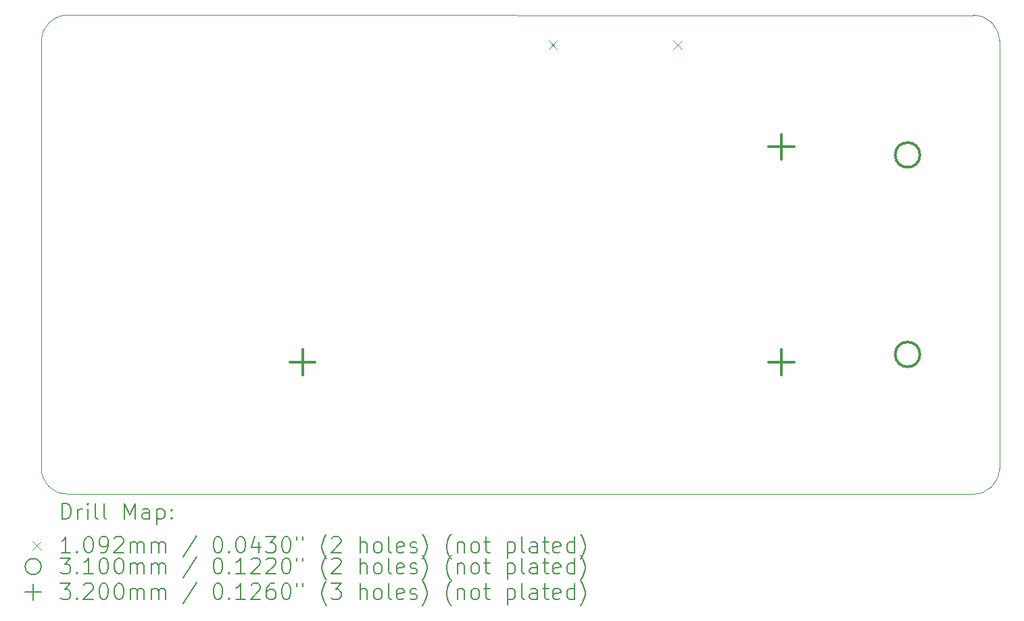
<source format=gbr>
%TF.GenerationSoftware,KiCad,Pcbnew,9.0.3+1*%
%TF.CreationDate,2025-08-21T21:39:01+01:00*%
%TF.ProjectId,Elytra,456c7974-7261-42e6-9b69-6361645f7063,rev?*%
%TF.SameCoordinates,Original*%
%TF.FileFunction,Drillmap*%
%TF.FilePolarity,Positive*%
%FSLAX45Y45*%
G04 Gerber Fmt 4.5, Leading zero omitted, Abs format (unit mm)*
G04 Created by KiCad (PCBNEW 9.0.3+1) date 2025-08-21 21:39:01*
%MOMM*%
%LPD*%
G01*
G04 APERTURE LIST*
%ADD10C,0.050000*%
%ADD11C,0.200000*%
%ADD12C,0.109220*%
%ADD13C,0.310000*%
%ADD14C,0.320000*%
G04 APERTURE END LIST*
D10*
X20928760Y-12185000D02*
X20928760Y-6820000D01*
X20928760Y-12185000D02*
G75*
G02*
X20608760Y-12500039I-320000J5000D01*
G01*
X20608760Y-6500000D02*
G75*
G02*
X20928760Y-6820000I0J-320000D01*
G01*
X9248287Y-12498063D02*
G75*
G02*
X8928287Y-12178063I0J320000D01*
G01*
X9248287Y-12498063D02*
X20608760Y-12500039D01*
X20608760Y-6500000D02*
X9250787Y-6498063D01*
X8930787Y-6818063D02*
G75*
G02*
X9250787Y-6498063I320000J0D01*
G01*
X8930787Y-6818063D02*
X8928287Y-12178063D01*
D11*
D12*
X15281160Y-6816260D02*
X15390380Y-6925480D01*
X15390380Y-6816260D02*
X15281160Y-6925480D01*
X16846160Y-6816260D02*
X16955380Y-6925480D01*
X16955380Y-6816260D02*
X16846160Y-6925480D01*
D13*
X19933760Y-8249900D02*
G75*
G02*
X19623760Y-8249900I-155000J0D01*
G01*
X19623760Y-8249900D02*
G75*
G02*
X19933760Y-8249900I155000J0D01*
G01*
X19933760Y-10748900D02*
G75*
G02*
X19623760Y-10748900I-155000J0D01*
G01*
X19623760Y-10748900D02*
G75*
G02*
X19933760Y-10748900I155000J0D01*
G01*
D14*
X12200000Y-10690000D02*
X12200000Y-11010000D01*
X12040000Y-10850000D02*
X12360000Y-10850000D01*
X18200000Y-7990000D02*
X18200000Y-8310000D01*
X18040000Y-8150000D02*
X18360000Y-8150000D01*
X18200000Y-10690000D02*
X18200000Y-11010000D01*
X18040000Y-10850000D02*
X18360000Y-10850000D01*
D11*
X9186564Y-12814023D02*
X9186564Y-12614023D01*
X9186564Y-12614023D02*
X9234183Y-12614023D01*
X9234183Y-12614023D02*
X9262754Y-12623547D01*
X9262754Y-12623547D02*
X9281802Y-12642594D01*
X9281802Y-12642594D02*
X9291326Y-12661642D01*
X9291326Y-12661642D02*
X9300850Y-12699737D01*
X9300850Y-12699737D02*
X9300850Y-12728309D01*
X9300850Y-12728309D02*
X9291326Y-12766404D01*
X9291326Y-12766404D02*
X9281802Y-12785451D01*
X9281802Y-12785451D02*
X9262754Y-12804499D01*
X9262754Y-12804499D02*
X9234183Y-12814023D01*
X9234183Y-12814023D02*
X9186564Y-12814023D01*
X9386564Y-12814023D02*
X9386564Y-12680689D01*
X9386564Y-12718785D02*
X9396088Y-12699737D01*
X9396088Y-12699737D02*
X9405612Y-12690213D01*
X9405612Y-12690213D02*
X9424659Y-12680689D01*
X9424659Y-12680689D02*
X9443707Y-12680689D01*
X9510373Y-12814023D02*
X9510373Y-12680689D01*
X9510373Y-12614023D02*
X9500850Y-12623547D01*
X9500850Y-12623547D02*
X9510373Y-12633070D01*
X9510373Y-12633070D02*
X9519897Y-12623547D01*
X9519897Y-12623547D02*
X9510373Y-12614023D01*
X9510373Y-12614023D02*
X9510373Y-12633070D01*
X9634183Y-12814023D02*
X9615135Y-12804499D01*
X9615135Y-12804499D02*
X9605612Y-12785451D01*
X9605612Y-12785451D02*
X9605612Y-12614023D01*
X9738945Y-12814023D02*
X9719897Y-12804499D01*
X9719897Y-12804499D02*
X9710373Y-12785451D01*
X9710373Y-12785451D02*
X9710373Y-12614023D01*
X9967516Y-12814023D02*
X9967516Y-12614023D01*
X9967516Y-12614023D02*
X10034183Y-12756880D01*
X10034183Y-12756880D02*
X10100850Y-12614023D01*
X10100850Y-12614023D02*
X10100850Y-12814023D01*
X10281802Y-12814023D02*
X10281802Y-12709261D01*
X10281802Y-12709261D02*
X10272278Y-12690213D01*
X10272278Y-12690213D02*
X10253231Y-12680689D01*
X10253231Y-12680689D02*
X10215135Y-12680689D01*
X10215135Y-12680689D02*
X10196088Y-12690213D01*
X10281802Y-12804499D02*
X10262754Y-12814023D01*
X10262754Y-12814023D02*
X10215135Y-12814023D01*
X10215135Y-12814023D02*
X10196088Y-12804499D01*
X10196088Y-12804499D02*
X10186564Y-12785451D01*
X10186564Y-12785451D02*
X10186564Y-12766404D01*
X10186564Y-12766404D02*
X10196088Y-12747356D01*
X10196088Y-12747356D02*
X10215135Y-12737832D01*
X10215135Y-12737832D02*
X10262754Y-12737832D01*
X10262754Y-12737832D02*
X10281802Y-12728309D01*
X10377040Y-12680689D02*
X10377040Y-12880689D01*
X10377040Y-12690213D02*
X10396088Y-12680689D01*
X10396088Y-12680689D02*
X10434183Y-12680689D01*
X10434183Y-12680689D02*
X10453231Y-12690213D01*
X10453231Y-12690213D02*
X10462754Y-12699737D01*
X10462754Y-12699737D02*
X10472278Y-12718785D01*
X10472278Y-12718785D02*
X10472278Y-12775928D01*
X10472278Y-12775928D02*
X10462754Y-12794975D01*
X10462754Y-12794975D02*
X10453231Y-12804499D01*
X10453231Y-12804499D02*
X10434183Y-12814023D01*
X10434183Y-12814023D02*
X10396088Y-12814023D01*
X10396088Y-12814023D02*
X10377040Y-12804499D01*
X10557993Y-12794975D02*
X10567516Y-12804499D01*
X10567516Y-12804499D02*
X10557993Y-12814023D01*
X10557993Y-12814023D02*
X10548469Y-12804499D01*
X10548469Y-12804499D02*
X10557993Y-12794975D01*
X10557993Y-12794975D02*
X10557993Y-12814023D01*
X10557993Y-12690213D02*
X10567516Y-12699737D01*
X10567516Y-12699737D02*
X10557993Y-12709261D01*
X10557993Y-12709261D02*
X10548469Y-12699737D01*
X10548469Y-12699737D02*
X10557993Y-12690213D01*
X10557993Y-12690213D02*
X10557993Y-12709261D01*
D12*
X8816567Y-13087929D02*
X8925787Y-13197149D01*
X8925787Y-13087929D02*
X8816567Y-13197149D01*
D11*
X9291326Y-13234023D02*
X9177040Y-13234023D01*
X9234183Y-13234023D02*
X9234183Y-13034023D01*
X9234183Y-13034023D02*
X9215135Y-13062594D01*
X9215135Y-13062594D02*
X9196088Y-13081642D01*
X9196088Y-13081642D02*
X9177040Y-13091166D01*
X9377040Y-13214975D02*
X9386564Y-13224499D01*
X9386564Y-13224499D02*
X9377040Y-13234023D01*
X9377040Y-13234023D02*
X9367516Y-13224499D01*
X9367516Y-13224499D02*
X9377040Y-13214975D01*
X9377040Y-13214975D02*
X9377040Y-13234023D01*
X9510373Y-13034023D02*
X9529421Y-13034023D01*
X9529421Y-13034023D02*
X9548469Y-13043547D01*
X9548469Y-13043547D02*
X9557993Y-13053070D01*
X9557993Y-13053070D02*
X9567516Y-13072118D01*
X9567516Y-13072118D02*
X9577040Y-13110213D01*
X9577040Y-13110213D02*
X9577040Y-13157832D01*
X9577040Y-13157832D02*
X9567516Y-13195928D01*
X9567516Y-13195928D02*
X9557993Y-13214975D01*
X9557993Y-13214975D02*
X9548469Y-13224499D01*
X9548469Y-13224499D02*
X9529421Y-13234023D01*
X9529421Y-13234023D02*
X9510373Y-13234023D01*
X9510373Y-13234023D02*
X9491326Y-13224499D01*
X9491326Y-13224499D02*
X9481802Y-13214975D01*
X9481802Y-13214975D02*
X9472278Y-13195928D01*
X9472278Y-13195928D02*
X9462754Y-13157832D01*
X9462754Y-13157832D02*
X9462754Y-13110213D01*
X9462754Y-13110213D02*
X9472278Y-13072118D01*
X9472278Y-13072118D02*
X9481802Y-13053070D01*
X9481802Y-13053070D02*
X9491326Y-13043547D01*
X9491326Y-13043547D02*
X9510373Y-13034023D01*
X9672278Y-13234023D02*
X9710373Y-13234023D01*
X9710373Y-13234023D02*
X9729421Y-13224499D01*
X9729421Y-13224499D02*
X9738945Y-13214975D01*
X9738945Y-13214975D02*
X9757993Y-13186404D01*
X9757993Y-13186404D02*
X9767516Y-13148309D01*
X9767516Y-13148309D02*
X9767516Y-13072118D01*
X9767516Y-13072118D02*
X9757993Y-13053070D01*
X9757993Y-13053070D02*
X9748469Y-13043547D01*
X9748469Y-13043547D02*
X9729421Y-13034023D01*
X9729421Y-13034023D02*
X9691326Y-13034023D01*
X9691326Y-13034023D02*
X9672278Y-13043547D01*
X9672278Y-13043547D02*
X9662754Y-13053070D01*
X9662754Y-13053070D02*
X9653231Y-13072118D01*
X9653231Y-13072118D02*
X9653231Y-13119737D01*
X9653231Y-13119737D02*
X9662754Y-13138785D01*
X9662754Y-13138785D02*
X9672278Y-13148309D01*
X9672278Y-13148309D02*
X9691326Y-13157832D01*
X9691326Y-13157832D02*
X9729421Y-13157832D01*
X9729421Y-13157832D02*
X9748469Y-13148309D01*
X9748469Y-13148309D02*
X9757993Y-13138785D01*
X9757993Y-13138785D02*
X9767516Y-13119737D01*
X9843707Y-13053070D02*
X9853231Y-13043547D01*
X9853231Y-13043547D02*
X9872278Y-13034023D01*
X9872278Y-13034023D02*
X9919897Y-13034023D01*
X9919897Y-13034023D02*
X9938945Y-13043547D01*
X9938945Y-13043547D02*
X9948469Y-13053070D01*
X9948469Y-13053070D02*
X9957993Y-13072118D01*
X9957993Y-13072118D02*
X9957993Y-13091166D01*
X9957993Y-13091166D02*
X9948469Y-13119737D01*
X9948469Y-13119737D02*
X9834183Y-13234023D01*
X9834183Y-13234023D02*
X9957993Y-13234023D01*
X10043707Y-13234023D02*
X10043707Y-13100689D01*
X10043707Y-13119737D02*
X10053231Y-13110213D01*
X10053231Y-13110213D02*
X10072278Y-13100689D01*
X10072278Y-13100689D02*
X10100850Y-13100689D01*
X10100850Y-13100689D02*
X10119897Y-13110213D01*
X10119897Y-13110213D02*
X10129421Y-13129261D01*
X10129421Y-13129261D02*
X10129421Y-13234023D01*
X10129421Y-13129261D02*
X10138945Y-13110213D01*
X10138945Y-13110213D02*
X10157993Y-13100689D01*
X10157993Y-13100689D02*
X10186564Y-13100689D01*
X10186564Y-13100689D02*
X10205612Y-13110213D01*
X10205612Y-13110213D02*
X10215135Y-13129261D01*
X10215135Y-13129261D02*
X10215135Y-13234023D01*
X10310374Y-13234023D02*
X10310374Y-13100689D01*
X10310374Y-13119737D02*
X10319897Y-13110213D01*
X10319897Y-13110213D02*
X10338945Y-13100689D01*
X10338945Y-13100689D02*
X10367516Y-13100689D01*
X10367516Y-13100689D02*
X10386564Y-13110213D01*
X10386564Y-13110213D02*
X10396088Y-13129261D01*
X10396088Y-13129261D02*
X10396088Y-13234023D01*
X10396088Y-13129261D02*
X10405612Y-13110213D01*
X10405612Y-13110213D02*
X10424659Y-13100689D01*
X10424659Y-13100689D02*
X10453231Y-13100689D01*
X10453231Y-13100689D02*
X10472278Y-13110213D01*
X10472278Y-13110213D02*
X10481802Y-13129261D01*
X10481802Y-13129261D02*
X10481802Y-13234023D01*
X10872278Y-13024499D02*
X10700850Y-13281642D01*
X11129421Y-13034023D02*
X11148469Y-13034023D01*
X11148469Y-13034023D02*
X11167517Y-13043547D01*
X11167517Y-13043547D02*
X11177040Y-13053070D01*
X11177040Y-13053070D02*
X11186564Y-13072118D01*
X11186564Y-13072118D02*
X11196088Y-13110213D01*
X11196088Y-13110213D02*
X11196088Y-13157832D01*
X11196088Y-13157832D02*
X11186564Y-13195928D01*
X11186564Y-13195928D02*
X11177040Y-13214975D01*
X11177040Y-13214975D02*
X11167517Y-13224499D01*
X11167517Y-13224499D02*
X11148469Y-13234023D01*
X11148469Y-13234023D02*
X11129421Y-13234023D01*
X11129421Y-13234023D02*
X11110374Y-13224499D01*
X11110374Y-13224499D02*
X11100850Y-13214975D01*
X11100850Y-13214975D02*
X11091326Y-13195928D01*
X11091326Y-13195928D02*
X11081802Y-13157832D01*
X11081802Y-13157832D02*
X11081802Y-13110213D01*
X11081802Y-13110213D02*
X11091326Y-13072118D01*
X11091326Y-13072118D02*
X11100850Y-13053070D01*
X11100850Y-13053070D02*
X11110374Y-13043547D01*
X11110374Y-13043547D02*
X11129421Y-13034023D01*
X11281802Y-13214975D02*
X11291326Y-13224499D01*
X11291326Y-13224499D02*
X11281802Y-13234023D01*
X11281802Y-13234023D02*
X11272278Y-13224499D01*
X11272278Y-13224499D02*
X11281802Y-13214975D01*
X11281802Y-13214975D02*
X11281802Y-13234023D01*
X11415135Y-13034023D02*
X11434183Y-13034023D01*
X11434183Y-13034023D02*
X11453231Y-13043547D01*
X11453231Y-13043547D02*
X11462755Y-13053070D01*
X11462755Y-13053070D02*
X11472278Y-13072118D01*
X11472278Y-13072118D02*
X11481802Y-13110213D01*
X11481802Y-13110213D02*
X11481802Y-13157832D01*
X11481802Y-13157832D02*
X11472278Y-13195928D01*
X11472278Y-13195928D02*
X11462755Y-13214975D01*
X11462755Y-13214975D02*
X11453231Y-13224499D01*
X11453231Y-13224499D02*
X11434183Y-13234023D01*
X11434183Y-13234023D02*
X11415135Y-13234023D01*
X11415135Y-13234023D02*
X11396088Y-13224499D01*
X11396088Y-13224499D02*
X11386564Y-13214975D01*
X11386564Y-13214975D02*
X11377040Y-13195928D01*
X11377040Y-13195928D02*
X11367516Y-13157832D01*
X11367516Y-13157832D02*
X11367516Y-13110213D01*
X11367516Y-13110213D02*
X11377040Y-13072118D01*
X11377040Y-13072118D02*
X11386564Y-13053070D01*
X11386564Y-13053070D02*
X11396088Y-13043547D01*
X11396088Y-13043547D02*
X11415135Y-13034023D01*
X11653231Y-13100689D02*
X11653231Y-13234023D01*
X11605612Y-13024499D02*
X11557993Y-13167356D01*
X11557993Y-13167356D02*
X11681802Y-13167356D01*
X11738945Y-13034023D02*
X11862755Y-13034023D01*
X11862755Y-13034023D02*
X11796088Y-13110213D01*
X11796088Y-13110213D02*
X11824659Y-13110213D01*
X11824659Y-13110213D02*
X11843707Y-13119737D01*
X11843707Y-13119737D02*
X11853231Y-13129261D01*
X11853231Y-13129261D02*
X11862755Y-13148309D01*
X11862755Y-13148309D02*
X11862755Y-13195928D01*
X11862755Y-13195928D02*
X11853231Y-13214975D01*
X11853231Y-13214975D02*
X11843707Y-13224499D01*
X11843707Y-13224499D02*
X11824659Y-13234023D01*
X11824659Y-13234023D02*
X11767516Y-13234023D01*
X11767516Y-13234023D02*
X11748469Y-13224499D01*
X11748469Y-13224499D02*
X11738945Y-13214975D01*
X11986564Y-13034023D02*
X12005612Y-13034023D01*
X12005612Y-13034023D02*
X12024659Y-13043547D01*
X12024659Y-13043547D02*
X12034183Y-13053070D01*
X12034183Y-13053070D02*
X12043707Y-13072118D01*
X12043707Y-13072118D02*
X12053231Y-13110213D01*
X12053231Y-13110213D02*
X12053231Y-13157832D01*
X12053231Y-13157832D02*
X12043707Y-13195928D01*
X12043707Y-13195928D02*
X12034183Y-13214975D01*
X12034183Y-13214975D02*
X12024659Y-13224499D01*
X12024659Y-13224499D02*
X12005612Y-13234023D01*
X12005612Y-13234023D02*
X11986564Y-13234023D01*
X11986564Y-13234023D02*
X11967516Y-13224499D01*
X11967516Y-13224499D02*
X11957993Y-13214975D01*
X11957993Y-13214975D02*
X11948469Y-13195928D01*
X11948469Y-13195928D02*
X11938945Y-13157832D01*
X11938945Y-13157832D02*
X11938945Y-13110213D01*
X11938945Y-13110213D02*
X11948469Y-13072118D01*
X11948469Y-13072118D02*
X11957993Y-13053070D01*
X11957993Y-13053070D02*
X11967516Y-13043547D01*
X11967516Y-13043547D02*
X11986564Y-13034023D01*
X12129421Y-13034023D02*
X12129421Y-13072118D01*
X12205612Y-13034023D02*
X12205612Y-13072118D01*
X12500850Y-13310213D02*
X12491326Y-13300689D01*
X12491326Y-13300689D02*
X12472278Y-13272118D01*
X12472278Y-13272118D02*
X12462755Y-13253070D01*
X12462755Y-13253070D02*
X12453231Y-13224499D01*
X12453231Y-13224499D02*
X12443707Y-13176880D01*
X12443707Y-13176880D02*
X12443707Y-13138785D01*
X12443707Y-13138785D02*
X12453231Y-13091166D01*
X12453231Y-13091166D02*
X12462755Y-13062594D01*
X12462755Y-13062594D02*
X12472278Y-13043547D01*
X12472278Y-13043547D02*
X12491326Y-13014975D01*
X12491326Y-13014975D02*
X12500850Y-13005451D01*
X12567517Y-13053070D02*
X12577040Y-13043547D01*
X12577040Y-13043547D02*
X12596088Y-13034023D01*
X12596088Y-13034023D02*
X12643707Y-13034023D01*
X12643707Y-13034023D02*
X12662755Y-13043547D01*
X12662755Y-13043547D02*
X12672278Y-13053070D01*
X12672278Y-13053070D02*
X12681802Y-13072118D01*
X12681802Y-13072118D02*
X12681802Y-13091166D01*
X12681802Y-13091166D02*
X12672278Y-13119737D01*
X12672278Y-13119737D02*
X12557993Y-13234023D01*
X12557993Y-13234023D02*
X12681802Y-13234023D01*
X12919898Y-13234023D02*
X12919898Y-13034023D01*
X13005612Y-13234023D02*
X13005612Y-13129261D01*
X13005612Y-13129261D02*
X12996088Y-13110213D01*
X12996088Y-13110213D02*
X12977040Y-13100689D01*
X12977040Y-13100689D02*
X12948469Y-13100689D01*
X12948469Y-13100689D02*
X12929421Y-13110213D01*
X12929421Y-13110213D02*
X12919898Y-13119737D01*
X13129421Y-13234023D02*
X13110374Y-13224499D01*
X13110374Y-13224499D02*
X13100850Y-13214975D01*
X13100850Y-13214975D02*
X13091326Y-13195928D01*
X13091326Y-13195928D02*
X13091326Y-13138785D01*
X13091326Y-13138785D02*
X13100850Y-13119737D01*
X13100850Y-13119737D02*
X13110374Y-13110213D01*
X13110374Y-13110213D02*
X13129421Y-13100689D01*
X13129421Y-13100689D02*
X13157993Y-13100689D01*
X13157993Y-13100689D02*
X13177040Y-13110213D01*
X13177040Y-13110213D02*
X13186564Y-13119737D01*
X13186564Y-13119737D02*
X13196088Y-13138785D01*
X13196088Y-13138785D02*
X13196088Y-13195928D01*
X13196088Y-13195928D02*
X13186564Y-13214975D01*
X13186564Y-13214975D02*
X13177040Y-13224499D01*
X13177040Y-13224499D02*
X13157993Y-13234023D01*
X13157993Y-13234023D02*
X13129421Y-13234023D01*
X13310374Y-13234023D02*
X13291326Y-13224499D01*
X13291326Y-13224499D02*
X13281802Y-13205451D01*
X13281802Y-13205451D02*
X13281802Y-13034023D01*
X13462755Y-13224499D02*
X13443707Y-13234023D01*
X13443707Y-13234023D02*
X13405612Y-13234023D01*
X13405612Y-13234023D02*
X13386564Y-13224499D01*
X13386564Y-13224499D02*
X13377040Y-13205451D01*
X13377040Y-13205451D02*
X13377040Y-13129261D01*
X13377040Y-13129261D02*
X13386564Y-13110213D01*
X13386564Y-13110213D02*
X13405612Y-13100689D01*
X13405612Y-13100689D02*
X13443707Y-13100689D01*
X13443707Y-13100689D02*
X13462755Y-13110213D01*
X13462755Y-13110213D02*
X13472279Y-13129261D01*
X13472279Y-13129261D02*
X13472279Y-13148309D01*
X13472279Y-13148309D02*
X13377040Y-13167356D01*
X13548469Y-13224499D02*
X13567517Y-13234023D01*
X13567517Y-13234023D02*
X13605612Y-13234023D01*
X13605612Y-13234023D02*
X13624660Y-13224499D01*
X13624660Y-13224499D02*
X13634183Y-13205451D01*
X13634183Y-13205451D02*
X13634183Y-13195928D01*
X13634183Y-13195928D02*
X13624660Y-13176880D01*
X13624660Y-13176880D02*
X13605612Y-13167356D01*
X13605612Y-13167356D02*
X13577040Y-13167356D01*
X13577040Y-13167356D02*
X13557993Y-13157832D01*
X13557993Y-13157832D02*
X13548469Y-13138785D01*
X13548469Y-13138785D02*
X13548469Y-13129261D01*
X13548469Y-13129261D02*
X13557993Y-13110213D01*
X13557993Y-13110213D02*
X13577040Y-13100689D01*
X13577040Y-13100689D02*
X13605612Y-13100689D01*
X13605612Y-13100689D02*
X13624660Y-13110213D01*
X13700850Y-13310213D02*
X13710374Y-13300689D01*
X13710374Y-13300689D02*
X13729421Y-13272118D01*
X13729421Y-13272118D02*
X13738945Y-13253070D01*
X13738945Y-13253070D02*
X13748469Y-13224499D01*
X13748469Y-13224499D02*
X13757993Y-13176880D01*
X13757993Y-13176880D02*
X13757993Y-13138785D01*
X13757993Y-13138785D02*
X13748469Y-13091166D01*
X13748469Y-13091166D02*
X13738945Y-13062594D01*
X13738945Y-13062594D02*
X13729421Y-13043547D01*
X13729421Y-13043547D02*
X13710374Y-13014975D01*
X13710374Y-13014975D02*
X13700850Y-13005451D01*
X14062755Y-13310213D02*
X14053231Y-13300689D01*
X14053231Y-13300689D02*
X14034183Y-13272118D01*
X14034183Y-13272118D02*
X14024660Y-13253070D01*
X14024660Y-13253070D02*
X14015136Y-13224499D01*
X14015136Y-13224499D02*
X14005612Y-13176880D01*
X14005612Y-13176880D02*
X14005612Y-13138785D01*
X14005612Y-13138785D02*
X14015136Y-13091166D01*
X14015136Y-13091166D02*
X14024660Y-13062594D01*
X14024660Y-13062594D02*
X14034183Y-13043547D01*
X14034183Y-13043547D02*
X14053231Y-13014975D01*
X14053231Y-13014975D02*
X14062755Y-13005451D01*
X14138945Y-13100689D02*
X14138945Y-13234023D01*
X14138945Y-13119737D02*
X14148469Y-13110213D01*
X14148469Y-13110213D02*
X14167517Y-13100689D01*
X14167517Y-13100689D02*
X14196088Y-13100689D01*
X14196088Y-13100689D02*
X14215136Y-13110213D01*
X14215136Y-13110213D02*
X14224660Y-13129261D01*
X14224660Y-13129261D02*
X14224660Y-13234023D01*
X14348469Y-13234023D02*
X14329421Y-13224499D01*
X14329421Y-13224499D02*
X14319898Y-13214975D01*
X14319898Y-13214975D02*
X14310374Y-13195928D01*
X14310374Y-13195928D02*
X14310374Y-13138785D01*
X14310374Y-13138785D02*
X14319898Y-13119737D01*
X14319898Y-13119737D02*
X14329421Y-13110213D01*
X14329421Y-13110213D02*
X14348469Y-13100689D01*
X14348469Y-13100689D02*
X14377041Y-13100689D01*
X14377041Y-13100689D02*
X14396088Y-13110213D01*
X14396088Y-13110213D02*
X14405612Y-13119737D01*
X14405612Y-13119737D02*
X14415136Y-13138785D01*
X14415136Y-13138785D02*
X14415136Y-13195928D01*
X14415136Y-13195928D02*
X14405612Y-13214975D01*
X14405612Y-13214975D02*
X14396088Y-13224499D01*
X14396088Y-13224499D02*
X14377041Y-13234023D01*
X14377041Y-13234023D02*
X14348469Y-13234023D01*
X14472279Y-13100689D02*
X14548469Y-13100689D01*
X14500850Y-13034023D02*
X14500850Y-13205451D01*
X14500850Y-13205451D02*
X14510374Y-13224499D01*
X14510374Y-13224499D02*
X14529421Y-13234023D01*
X14529421Y-13234023D02*
X14548469Y-13234023D01*
X14767517Y-13100689D02*
X14767517Y-13300689D01*
X14767517Y-13110213D02*
X14786564Y-13100689D01*
X14786564Y-13100689D02*
X14824660Y-13100689D01*
X14824660Y-13100689D02*
X14843707Y-13110213D01*
X14843707Y-13110213D02*
X14853231Y-13119737D01*
X14853231Y-13119737D02*
X14862755Y-13138785D01*
X14862755Y-13138785D02*
X14862755Y-13195928D01*
X14862755Y-13195928D02*
X14853231Y-13214975D01*
X14853231Y-13214975D02*
X14843707Y-13224499D01*
X14843707Y-13224499D02*
X14824660Y-13234023D01*
X14824660Y-13234023D02*
X14786564Y-13234023D01*
X14786564Y-13234023D02*
X14767517Y-13224499D01*
X14977041Y-13234023D02*
X14957993Y-13224499D01*
X14957993Y-13224499D02*
X14948469Y-13205451D01*
X14948469Y-13205451D02*
X14948469Y-13034023D01*
X15138945Y-13234023D02*
X15138945Y-13129261D01*
X15138945Y-13129261D02*
X15129422Y-13110213D01*
X15129422Y-13110213D02*
X15110374Y-13100689D01*
X15110374Y-13100689D02*
X15072279Y-13100689D01*
X15072279Y-13100689D02*
X15053231Y-13110213D01*
X15138945Y-13224499D02*
X15119898Y-13234023D01*
X15119898Y-13234023D02*
X15072279Y-13234023D01*
X15072279Y-13234023D02*
X15053231Y-13224499D01*
X15053231Y-13224499D02*
X15043707Y-13205451D01*
X15043707Y-13205451D02*
X15043707Y-13186404D01*
X15043707Y-13186404D02*
X15053231Y-13167356D01*
X15053231Y-13167356D02*
X15072279Y-13157832D01*
X15072279Y-13157832D02*
X15119898Y-13157832D01*
X15119898Y-13157832D02*
X15138945Y-13148309D01*
X15205612Y-13100689D02*
X15281802Y-13100689D01*
X15234183Y-13034023D02*
X15234183Y-13205451D01*
X15234183Y-13205451D02*
X15243707Y-13224499D01*
X15243707Y-13224499D02*
X15262755Y-13234023D01*
X15262755Y-13234023D02*
X15281802Y-13234023D01*
X15424660Y-13224499D02*
X15405612Y-13234023D01*
X15405612Y-13234023D02*
X15367517Y-13234023D01*
X15367517Y-13234023D02*
X15348469Y-13224499D01*
X15348469Y-13224499D02*
X15338945Y-13205451D01*
X15338945Y-13205451D02*
X15338945Y-13129261D01*
X15338945Y-13129261D02*
X15348469Y-13110213D01*
X15348469Y-13110213D02*
X15367517Y-13100689D01*
X15367517Y-13100689D02*
X15405612Y-13100689D01*
X15405612Y-13100689D02*
X15424660Y-13110213D01*
X15424660Y-13110213D02*
X15434183Y-13129261D01*
X15434183Y-13129261D02*
X15434183Y-13148309D01*
X15434183Y-13148309D02*
X15338945Y-13167356D01*
X15605612Y-13234023D02*
X15605612Y-13034023D01*
X15605612Y-13224499D02*
X15586564Y-13234023D01*
X15586564Y-13234023D02*
X15548469Y-13234023D01*
X15548469Y-13234023D02*
X15529422Y-13224499D01*
X15529422Y-13224499D02*
X15519898Y-13214975D01*
X15519898Y-13214975D02*
X15510374Y-13195928D01*
X15510374Y-13195928D02*
X15510374Y-13138785D01*
X15510374Y-13138785D02*
X15519898Y-13119737D01*
X15519898Y-13119737D02*
X15529422Y-13110213D01*
X15529422Y-13110213D02*
X15548469Y-13100689D01*
X15548469Y-13100689D02*
X15586564Y-13100689D01*
X15586564Y-13100689D02*
X15605612Y-13110213D01*
X15681803Y-13310213D02*
X15691326Y-13300689D01*
X15691326Y-13300689D02*
X15710374Y-13272118D01*
X15710374Y-13272118D02*
X15719898Y-13253070D01*
X15719898Y-13253070D02*
X15729422Y-13224499D01*
X15729422Y-13224499D02*
X15738945Y-13176880D01*
X15738945Y-13176880D02*
X15738945Y-13138785D01*
X15738945Y-13138785D02*
X15729422Y-13091166D01*
X15729422Y-13091166D02*
X15719898Y-13062594D01*
X15719898Y-13062594D02*
X15710374Y-13043547D01*
X15710374Y-13043547D02*
X15691326Y-13014975D01*
X15691326Y-13014975D02*
X15681803Y-13005451D01*
X8925787Y-13406539D02*
G75*
G02*
X8725787Y-13406539I-100000J0D01*
G01*
X8725787Y-13406539D02*
G75*
G02*
X8925787Y-13406539I100000J0D01*
G01*
X9167516Y-13298023D02*
X9291326Y-13298023D01*
X9291326Y-13298023D02*
X9224659Y-13374213D01*
X9224659Y-13374213D02*
X9253231Y-13374213D01*
X9253231Y-13374213D02*
X9272278Y-13383737D01*
X9272278Y-13383737D02*
X9281802Y-13393261D01*
X9281802Y-13393261D02*
X9291326Y-13412309D01*
X9291326Y-13412309D02*
X9291326Y-13459928D01*
X9291326Y-13459928D02*
X9281802Y-13478975D01*
X9281802Y-13478975D02*
X9272278Y-13488499D01*
X9272278Y-13488499D02*
X9253231Y-13498023D01*
X9253231Y-13498023D02*
X9196088Y-13498023D01*
X9196088Y-13498023D02*
X9177040Y-13488499D01*
X9177040Y-13488499D02*
X9167516Y-13478975D01*
X9377040Y-13478975D02*
X9386564Y-13488499D01*
X9386564Y-13488499D02*
X9377040Y-13498023D01*
X9377040Y-13498023D02*
X9367516Y-13488499D01*
X9367516Y-13488499D02*
X9377040Y-13478975D01*
X9377040Y-13478975D02*
X9377040Y-13498023D01*
X9577040Y-13498023D02*
X9462754Y-13498023D01*
X9519897Y-13498023D02*
X9519897Y-13298023D01*
X9519897Y-13298023D02*
X9500850Y-13326594D01*
X9500850Y-13326594D02*
X9481802Y-13345642D01*
X9481802Y-13345642D02*
X9462754Y-13355166D01*
X9700850Y-13298023D02*
X9719897Y-13298023D01*
X9719897Y-13298023D02*
X9738945Y-13307547D01*
X9738945Y-13307547D02*
X9748469Y-13317070D01*
X9748469Y-13317070D02*
X9757993Y-13336118D01*
X9757993Y-13336118D02*
X9767516Y-13374213D01*
X9767516Y-13374213D02*
X9767516Y-13421832D01*
X9767516Y-13421832D02*
X9757993Y-13459928D01*
X9757993Y-13459928D02*
X9748469Y-13478975D01*
X9748469Y-13478975D02*
X9738945Y-13488499D01*
X9738945Y-13488499D02*
X9719897Y-13498023D01*
X9719897Y-13498023D02*
X9700850Y-13498023D01*
X9700850Y-13498023D02*
X9681802Y-13488499D01*
X9681802Y-13488499D02*
X9672278Y-13478975D01*
X9672278Y-13478975D02*
X9662754Y-13459928D01*
X9662754Y-13459928D02*
X9653231Y-13421832D01*
X9653231Y-13421832D02*
X9653231Y-13374213D01*
X9653231Y-13374213D02*
X9662754Y-13336118D01*
X9662754Y-13336118D02*
X9672278Y-13317070D01*
X9672278Y-13317070D02*
X9681802Y-13307547D01*
X9681802Y-13307547D02*
X9700850Y-13298023D01*
X9891326Y-13298023D02*
X9910374Y-13298023D01*
X9910374Y-13298023D02*
X9929421Y-13307547D01*
X9929421Y-13307547D02*
X9938945Y-13317070D01*
X9938945Y-13317070D02*
X9948469Y-13336118D01*
X9948469Y-13336118D02*
X9957993Y-13374213D01*
X9957993Y-13374213D02*
X9957993Y-13421832D01*
X9957993Y-13421832D02*
X9948469Y-13459928D01*
X9948469Y-13459928D02*
X9938945Y-13478975D01*
X9938945Y-13478975D02*
X9929421Y-13488499D01*
X9929421Y-13488499D02*
X9910374Y-13498023D01*
X9910374Y-13498023D02*
X9891326Y-13498023D01*
X9891326Y-13498023D02*
X9872278Y-13488499D01*
X9872278Y-13488499D02*
X9862754Y-13478975D01*
X9862754Y-13478975D02*
X9853231Y-13459928D01*
X9853231Y-13459928D02*
X9843707Y-13421832D01*
X9843707Y-13421832D02*
X9843707Y-13374213D01*
X9843707Y-13374213D02*
X9853231Y-13336118D01*
X9853231Y-13336118D02*
X9862754Y-13317070D01*
X9862754Y-13317070D02*
X9872278Y-13307547D01*
X9872278Y-13307547D02*
X9891326Y-13298023D01*
X10043707Y-13498023D02*
X10043707Y-13364689D01*
X10043707Y-13383737D02*
X10053231Y-13374213D01*
X10053231Y-13374213D02*
X10072278Y-13364689D01*
X10072278Y-13364689D02*
X10100850Y-13364689D01*
X10100850Y-13364689D02*
X10119897Y-13374213D01*
X10119897Y-13374213D02*
X10129421Y-13393261D01*
X10129421Y-13393261D02*
X10129421Y-13498023D01*
X10129421Y-13393261D02*
X10138945Y-13374213D01*
X10138945Y-13374213D02*
X10157993Y-13364689D01*
X10157993Y-13364689D02*
X10186564Y-13364689D01*
X10186564Y-13364689D02*
X10205612Y-13374213D01*
X10205612Y-13374213D02*
X10215135Y-13393261D01*
X10215135Y-13393261D02*
X10215135Y-13498023D01*
X10310374Y-13498023D02*
X10310374Y-13364689D01*
X10310374Y-13383737D02*
X10319897Y-13374213D01*
X10319897Y-13374213D02*
X10338945Y-13364689D01*
X10338945Y-13364689D02*
X10367516Y-13364689D01*
X10367516Y-13364689D02*
X10386564Y-13374213D01*
X10386564Y-13374213D02*
X10396088Y-13393261D01*
X10396088Y-13393261D02*
X10396088Y-13498023D01*
X10396088Y-13393261D02*
X10405612Y-13374213D01*
X10405612Y-13374213D02*
X10424659Y-13364689D01*
X10424659Y-13364689D02*
X10453231Y-13364689D01*
X10453231Y-13364689D02*
X10472278Y-13374213D01*
X10472278Y-13374213D02*
X10481802Y-13393261D01*
X10481802Y-13393261D02*
X10481802Y-13498023D01*
X10872278Y-13288499D02*
X10700850Y-13545642D01*
X11129421Y-13298023D02*
X11148469Y-13298023D01*
X11148469Y-13298023D02*
X11167517Y-13307547D01*
X11167517Y-13307547D02*
X11177040Y-13317070D01*
X11177040Y-13317070D02*
X11186564Y-13336118D01*
X11186564Y-13336118D02*
X11196088Y-13374213D01*
X11196088Y-13374213D02*
X11196088Y-13421832D01*
X11196088Y-13421832D02*
X11186564Y-13459928D01*
X11186564Y-13459928D02*
X11177040Y-13478975D01*
X11177040Y-13478975D02*
X11167517Y-13488499D01*
X11167517Y-13488499D02*
X11148469Y-13498023D01*
X11148469Y-13498023D02*
X11129421Y-13498023D01*
X11129421Y-13498023D02*
X11110374Y-13488499D01*
X11110374Y-13488499D02*
X11100850Y-13478975D01*
X11100850Y-13478975D02*
X11091326Y-13459928D01*
X11091326Y-13459928D02*
X11081802Y-13421832D01*
X11081802Y-13421832D02*
X11081802Y-13374213D01*
X11081802Y-13374213D02*
X11091326Y-13336118D01*
X11091326Y-13336118D02*
X11100850Y-13317070D01*
X11100850Y-13317070D02*
X11110374Y-13307547D01*
X11110374Y-13307547D02*
X11129421Y-13298023D01*
X11281802Y-13478975D02*
X11291326Y-13488499D01*
X11291326Y-13488499D02*
X11281802Y-13498023D01*
X11281802Y-13498023D02*
X11272278Y-13488499D01*
X11272278Y-13488499D02*
X11281802Y-13478975D01*
X11281802Y-13478975D02*
X11281802Y-13498023D01*
X11481802Y-13498023D02*
X11367516Y-13498023D01*
X11424659Y-13498023D02*
X11424659Y-13298023D01*
X11424659Y-13298023D02*
X11405612Y-13326594D01*
X11405612Y-13326594D02*
X11386564Y-13345642D01*
X11386564Y-13345642D02*
X11367516Y-13355166D01*
X11557993Y-13317070D02*
X11567516Y-13307547D01*
X11567516Y-13307547D02*
X11586564Y-13298023D01*
X11586564Y-13298023D02*
X11634183Y-13298023D01*
X11634183Y-13298023D02*
X11653231Y-13307547D01*
X11653231Y-13307547D02*
X11662755Y-13317070D01*
X11662755Y-13317070D02*
X11672278Y-13336118D01*
X11672278Y-13336118D02*
X11672278Y-13355166D01*
X11672278Y-13355166D02*
X11662755Y-13383737D01*
X11662755Y-13383737D02*
X11548469Y-13498023D01*
X11548469Y-13498023D02*
X11672278Y-13498023D01*
X11748469Y-13317070D02*
X11757993Y-13307547D01*
X11757993Y-13307547D02*
X11777040Y-13298023D01*
X11777040Y-13298023D02*
X11824659Y-13298023D01*
X11824659Y-13298023D02*
X11843707Y-13307547D01*
X11843707Y-13307547D02*
X11853231Y-13317070D01*
X11853231Y-13317070D02*
X11862755Y-13336118D01*
X11862755Y-13336118D02*
X11862755Y-13355166D01*
X11862755Y-13355166D02*
X11853231Y-13383737D01*
X11853231Y-13383737D02*
X11738945Y-13498023D01*
X11738945Y-13498023D02*
X11862755Y-13498023D01*
X11986564Y-13298023D02*
X12005612Y-13298023D01*
X12005612Y-13298023D02*
X12024659Y-13307547D01*
X12024659Y-13307547D02*
X12034183Y-13317070D01*
X12034183Y-13317070D02*
X12043707Y-13336118D01*
X12043707Y-13336118D02*
X12053231Y-13374213D01*
X12053231Y-13374213D02*
X12053231Y-13421832D01*
X12053231Y-13421832D02*
X12043707Y-13459928D01*
X12043707Y-13459928D02*
X12034183Y-13478975D01*
X12034183Y-13478975D02*
X12024659Y-13488499D01*
X12024659Y-13488499D02*
X12005612Y-13498023D01*
X12005612Y-13498023D02*
X11986564Y-13498023D01*
X11986564Y-13498023D02*
X11967516Y-13488499D01*
X11967516Y-13488499D02*
X11957993Y-13478975D01*
X11957993Y-13478975D02*
X11948469Y-13459928D01*
X11948469Y-13459928D02*
X11938945Y-13421832D01*
X11938945Y-13421832D02*
X11938945Y-13374213D01*
X11938945Y-13374213D02*
X11948469Y-13336118D01*
X11948469Y-13336118D02*
X11957993Y-13317070D01*
X11957993Y-13317070D02*
X11967516Y-13307547D01*
X11967516Y-13307547D02*
X11986564Y-13298023D01*
X12129421Y-13298023D02*
X12129421Y-13336118D01*
X12205612Y-13298023D02*
X12205612Y-13336118D01*
X12500850Y-13574213D02*
X12491326Y-13564689D01*
X12491326Y-13564689D02*
X12472278Y-13536118D01*
X12472278Y-13536118D02*
X12462755Y-13517070D01*
X12462755Y-13517070D02*
X12453231Y-13488499D01*
X12453231Y-13488499D02*
X12443707Y-13440880D01*
X12443707Y-13440880D02*
X12443707Y-13402785D01*
X12443707Y-13402785D02*
X12453231Y-13355166D01*
X12453231Y-13355166D02*
X12462755Y-13326594D01*
X12462755Y-13326594D02*
X12472278Y-13307547D01*
X12472278Y-13307547D02*
X12491326Y-13278975D01*
X12491326Y-13278975D02*
X12500850Y-13269451D01*
X12567517Y-13317070D02*
X12577040Y-13307547D01*
X12577040Y-13307547D02*
X12596088Y-13298023D01*
X12596088Y-13298023D02*
X12643707Y-13298023D01*
X12643707Y-13298023D02*
X12662755Y-13307547D01*
X12662755Y-13307547D02*
X12672278Y-13317070D01*
X12672278Y-13317070D02*
X12681802Y-13336118D01*
X12681802Y-13336118D02*
X12681802Y-13355166D01*
X12681802Y-13355166D02*
X12672278Y-13383737D01*
X12672278Y-13383737D02*
X12557993Y-13498023D01*
X12557993Y-13498023D02*
X12681802Y-13498023D01*
X12919898Y-13498023D02*
X12919898Y-13298023D01*
X13005612Y-13498023D02*
X13005612Y-13393261D01*
X13005612Y-13393261D02*
X12996088Y-13374213D01*
X12996088Y-13374213D02*
X12977040Y-13364689D01*
X12977040Y-13364689D02*
X12948469Y-13364689D01*
X12948469Y-13364689D02*
X12929421Y-13374213D01*
X12929421Y-13374213D02*
X12919898Y-13383737D01*
X13129421Y-13498023D02*
X13110374Y-13488499D01*
X13110374Y-13488499D02*
X13100850Y-13478975D01*
X13100850Y-13478975D02*
X13091326Y-13459928D01*
X13091326Y-13459928D02*
X13091326Y-13402785D01*
X13091326Y-13402785D02*
X13100850Y-13383737D01*
X13100850Y-13383737D02*
X13110374Y-13374213D01*
X13110374Y-13374213D02*
X13129421Y-13364689D01*
X13129421Y-13364689D02*
X13157993Y-13364689D01*
X13157993Y-13364689D02*
X13177040Y-13374213D01*
X13177040Y-13374213D02*
X13186564Y-13383737D01*
X13186564Y-13383737D02*
X13196088Y-13402785D01*
X13196088Y-13402785D02*
X13196088Y-13459928D01*
X13196088Y-13459928D02*
X13186564Y-13478975D01*
X13186564Y-13478975D02*
X13177040Y-13488499D01*
X13177040Y-13488499D02*
X13157993Y-13498023D01*
X13157993Y-13498023D02*
X13129421Y-13498023D01*
X13310374Y-13498023D02*
X13291326Y-13488499D01*
X13291326Y-13488499D02*
X13281802Y-13469451D01*
X13281802Y-13469451D02*
X13281802Y-13298023D01*
X13462755Y-13488499D02*
X13443707Y-13498023D01*
X13443707Y-13498023D02*
X13405612Y-13498023D01*
X13405612Y-13498023D02*
X13386564Y-13488499D01*
X13386564Y-13488499D02*
X13377040Y-13469451D01*
X13377040Y-13469451D02*
X13377040Y-13393261D01*
X13377040Y-13393261D02*
X13386564Y-13374213D01*
X13386564Y-13374213D02*
X13405612Y-13364689D01*
X13405612Y-13364689D02*
X13443707Y-13364689D01*
X13443707Y-13364689D02*
X13462755Y-13374213D01*
X13462755Y-13374213D02*
X13472279Y-13393261D01*
X13472279Y-13393261D02*
X13472279Y-13412309D01*
X13472279Y-13412309D02*
X13377040Y-13431356D01*
X13548469Y-13488499D02*
X13567517Y-13498023D01*
X13567517Y-13498023D02*
X13605612Y-13498023D01*
X13605612Y-13498023D02*
X13624660Y-13488499D01*
X13624660Y-13488499D02*
X13634183Y-13469451D01*
X13634183Y-13469451D02*
X13634183Y-13459928D01*
X13634183Y-13459928D02*
X13624660Y-13440880D01*
X13624660Y-13440880D02*
X13605612Y-13431356D01*
X13605612Y-13431356D02*
X13577040Y-13431356D01*
X13577040Y-13431356D02*
X13557993Y-13421832D01*
X13557993Y-13421832D02*
X13548469Y-13402785D01*
X13548469Y-13402785D02*
X13548469Y-13393261D01*
X13548469Y-13393261D02*
X13557993Y-13374213D01*
X13557993Y-13374213D02*
X13577040Y-13364689D01*
X13577040Y-13364689D02*
X13605612Y-13364689D01*
X13605612Y-13364689D02*
X13624660Y-13374213D01*
X13700850Y-13574213D02*
X13710374Y-13564689D01*
X13710374Y-13564689D02*
X13729421Y-13536118D01*
X13729421Y-13536118D02*
X13738945Y-13517070D01*
X13738945Y-13517070D02*
X13748469Y-13488499D01*
X13748469Y-13488499D02*
X13757993Y-13440880D01*
X13757993Y-13440880D02*
X13757993Y-13402785D01*
X13757993Y-13402785D02*
X13748469Y-13355166D01*
X13748469Y-13355166D02*
X13738945Y-13326594D01*
X13738945Y-13326594D02*
X13729421Y-13307547D01*
X13729421Y-13307547D02*
X13710374Y-13278975D01*
X13710374Y-13278975D02*
X13700850Y-13269451D01*
X14062755Y-13574213D02*
X14053231Y-13564689D01*
X14053231Y-13564689D02*
X14034183Y-13536118D01*
X14034183Y-13536118D02*
X14024660Y-13517070D01*
X14024660Y-13517070D02*
X14015136Y-13488499D01*
X14015136Y-13488499D02*
X14005612Y-13440880D01*
X14005612Y-13440880D02*
X14005612Y-13402785D01*
X14005612Y-13402785D02*
X14015136Y-13355166D01*
X14015136Y-13355166D02*
X14024660Y-13326594D01*
X14024660Y-13326594D02*
X14034183Y-13307547D01*
X14034183Y-13307547D02*
X14053231Y-13278975D01*
X14053231Y-13278975D02*
X14062755Y-13269451D01*
X14138945Y-13364689D02*
X14138945Y-13498023D01*
X14138945Y-13383737D02*
X14148469Y-13374213D01*
X14148469Y-13374213D02*
X14167517Y-13364689D01*
X14167517Y-13364689D02*
X14196088Y-13364689D01*
X14196088Y-13364689D02*
X14215136Y-13374213D01*
X14215136Y-13374213D02*
X14224660Y-13393261D01*
X14224660Y-13393261D02*
X14224660Y-13498023D01*
X14348469Y-13498023D02*
X14329421Y-13488499D01*
X14329421Y-13488499D02*
X14319898Y-13478975D01*
X14319898Y-13478975D02*
X14310374Y-13459928D01*
X14310374Y-13459928D02*
X14310374Y-13402785D01*
X14310374Y-13402785D02*
X14319898Y-13383737D01*
X14319898Y-13383737D02*
X14329421Y-13374213D01*
X14329421Y-13374213D02*
X14348469Y-13364689D01*
X14348469Y-13364689D02*
X14377041Y-13364689D01*
X14377041Y-13364689D02*
X14396088Y-13374213D01*
X14396088Y-13374213D02*
X14405612Y-13383737D01*
X14405612Y-13383737D02*
X14415136Y-13402785D01*
X14415136Y-13402785D02*
X14415136Y-13459928D01*
X14415136Y-13459928D02*
X14405612Y-13478975D01*
X14405612Y-13478975D02*
X14396088Y-13488499D01*
X14396088Y-13488499D02*
X14377041Y-13498023D01*
X14377041Y-13498023D02*
X14348469Y-13498023D01*
X14472279Y-13364689D02*
X14548469Y-13364689D01*
X14500850Y-13298023D02*
X14500850Y-13469451D01*
X14500850Y-13469451D02*
X14510374Y-13488499D01*
X14510374Y-13488499D02*
X14529421Y-13498023D01*
X14529421Y-13498023D02*
X14548469Y-13498023D01*
X14767517Y-13364689D02*
X14767517Y-13564689D01*
X14767517Y-13374213D02*
X14786564Y-13364689D01*
X14786564Y-13364689D02*
X14824660Y-13364689D01*
X14824660Y-13364689D02*
X14843707Y-13374213D01*
X14843707Y-13374213D02*
X14853231Y-13383737D01*
X14853231Y-13383737D02*
X14862755Y-13402785D01*
X14862755Y-13402785D02*
X14862755Y-13459928D01*
X14862755Y-13459928D02*
X14853231Y-13478975D01*
X14853231Y-13478975D02*
X14843707Y-13488499D01*
X14843707Y-13488499D02*
X14824660Y-13498023D01*
X14824660Y-13498023D02*
X14786564Y-13498023D01*
X14786564Y-13498023D02*
X14767517Y-13488499D01*
X14977041Y-13498023D02*
X14957993Y-13488499D01*
X14957993Y-13488499D02*
X14948469Y-13469451D01*
X14948469Y-13469451D02*
X14948469Y-13298023D01*
X15138945Y-13498023D02*
X15138945Y-13393261D01*
X15138945Y-13393261D02*
X15129422Y-13374213D01*
X15129422Y-13374213D02*
X15110374Y-13364689D01*
X15110374Y-13364689D02*
X15072279Y-13364689D01*
X15072279Y-13364689D02*
X15053231Y-13374213D01*
X15138945Y-13488499D02*
X15119898Y-13498023D01*
X15119898Y-13498023D02*
X15072279Y-13498023D01*
X15072279Y-13498023D02*
X15053231Y-13488499D01*
X15053231Y-13488499D02*
X15043707Y-13469451D01*
X15043707Y-13469451D02*
X15043707Y-13450404D01*
X15043707Y-13450404D02*
X15053231Y-13431356D01*
X15053231Y-13431356D02*
X15072279Y-13421832D01*
X15072279Y-13421832D02*
X15119898Y-13421832D01*
X15119898Y-13421832D02*
X15138945Y-13412309D01*
X15205612Y-13364689D02*
X15281802Y-13364689D01*
X15234183Y-13298023D02*
X15234183Y-13469451D01*
X15234183Y-13469451D02*
X15243707Y-13488499D01*
X15243707Y-13488499D02*
X15262755Y-13498023D01*
X15262755Y-13498023D02*
X15281802Y-13498023D01*
X15424660Y-13488499D02*
X15405612Y-13498023D01*
X15405612Y-13498023D02*
X15367517Y-13498023D01*
X15367517Y-13498023D02*
X15348469Y-13488499D01*
X15348469Y-13488499D02*
X15338945Y-13469451D01*
X15338945Y-13469451D02*
X15338945Y-13393261D01*
X15338945Y-13393261D02*
X15348469Y-13374213D01*
X15348469Y-13374213D02*
X15367517Y-13364689D01*
X15367517Y-13364689D02*
X15405612Y-13364689D01*
X15405612Y-13364689D02*
X15424660Y-13374213D01*
X15424660Y-13374213D02*
X15434183Y-13393261D01*
X15434183Y-13393261D02*
X15434183Y-13412309D01*
X15434183Y-13412309D02*
X15338945Y-13431356D01*
X15605612Y-13498023D02*
X15605612Y-13298023D01*
X15605612Y-13488499D02*
X15586564Y-13498023D01*
X15586564Y-13498023D02*
X15548469Y-13498023D01*
X15548469Y-13498023D02*
X15529422Y-13488499D01*
X15529422Y-13488499D02*
X15519898Y-13478975D01*
X15519898Y-13478975D02*
X15510374Y-13459928D01*
X15510374Y-13459928D02*
X15510374Y-13402785D01*
X15510374Y-13402785D02*
X15519898Y-13383737D01*
X15519898Y-13383737D02*
X15529422Y-13374213D01*
X15529422Y-13374213D02*
X15548469Y-13364689D01*
X15548469Y-13364689D02*
X15586564Y-13364689D01*
X15586564Y-13364689D02*
X15605612Y-13374213D01*
X15681803Y-13574213D02*
X15691326Y-13564689D01*
X15691326Y-13564689D02*
X15710374Y-13536118D01*
X15710374Y-13536118D02*
X15719898Y-13517070D01*
X15719898Y-13517070D02*
X15729422Y-13488499D01*
X15729422Y-13488499D02*
X15738945Y-13440880D01*
X15738945Y-13440880D02*
X15738945Y-13402785D01*
X15738945Y-13402785D02*
X15729422Y-13355166D01*
X15729422Y-13355166D02*
X15719898Y-13326594D01*
X15719898Y-13326594D02*
X15710374Y-13307547D01*
X15710374Y-13307547D02*
X15691326Y-13278975D01*
X15691326Y-13278975D02*
X15681803Y-13269451D01*
X8825787Y-13626539D02*
X8825787Y-13826539D01*
X8725787Y-13726539D02*
X8925787Y-13726539D01*
X9167516Y-13618023D02*
X9291326Y-13618023D01*
X9291326Y-13618023D02*
X9224659Y-13694213D01*
X9224659Y-13694213D02*
X9253231Y-13694213D01*
X9253231Y-13694213D02*
X9272278Y-13703737D01*
X9272278Y-13703737D02*
X9281802Y-13713261D01*
X9281802Y-13713261D02*
X9291326Y-13732309D01*
X9291326Y-13732309D02*
X9291326Y-13779928D01*
X9291326Y-13779928D02*
X9281802Y-13798975D01*
X9281802Y-13798975D02*
X9272278Y-13808499D01*
X9272278Y-13808499D02*
X9253231Y-13818023D01*
X9253231Y-13818023D02*
X9196088Y-13818023D01*
X9196088Y-13818023D02*
X9177040Y-13808499D01*
X9177040Y-13808499D02*
X9167516Y-13798975D01*
X9377040Y-13798975D02*
X9386564Y-13808499D01*
X9386564Y-13808499D02*
X9377040Y-13818023D01*
X9377040Y-13818023D02*
X9367516Y-13808499D01*
X9367516Y-13808499D02*
X9377040Y-13798975D01*
X9377040Y-13798975D02*
X9377040Y-13818023D01*
X9462754Y-13637070D02*
X9472278Y-13627547D01*
X9472278Y-13627547D02*
X9491326Y-13618023D01*
X9491326Y-13618023D02*
X9538945Y-13618023D01*
X9538945Y-13618023D02*
X9557993Y-13627547D01*
X9557993Y-13627547D02*
X9567516Y-13637070D01*
X9567516Y-13637070D02*
X9577040Y-13656118D01*
X9577040Y-13656118D02*
X9577040Y-13675166D01*
X9577040Y-13675166D02*
X9567516Y-13703737D01*
X9567516Y-13703737D02*
X9453231Y-13818023D01*
X9453231Y-13818023D02*
X9577040Y-13818023D01*
X9700850Y-13618023D02*
X9719897Y-13618023D01*
X9719897Y-13618023D02*
X9738945Y-13627547D01*
X9738945Y-13627547D02*
X9748469Y-13637070D01*
X9748469Y-13637070D02*
X9757993Y-13656118D01*
X9757993Y-13656118D02*
X9767516Y-13694213D01*
X9767516Y-13694213D02*
X9767516Y-13741832D01*
X9767516Y-13741832D02*
X9757993Y-13779928D01*
X9757993Y-13779928D02*
X9748469Y-13798975D01*
X9748469Y-13798975D02*
X9738945Y-13808499D01*
X9738945Y-13808499D02*
X9719897Y-13818023D01*
X9719897Y-13818023D02*
X9700850Y-13818023D01*
X9700850Y-13818023D02*
X9681802Y-13808499D01*
X9681802Y-13808499D02*
X9672278Y-13798975D01*
X9672278Y-13798975D02*
X9662754Y-13779928D01*
X9662754Y-13779928D02*
X9653231Y-13741832D01*
X9653231Y-13741832D02*
X9653231Y-13694213D01*
X9653231Y-13694213D02*
X9662754Y-13656118D01*
X9662754Y-13656118D02*
X9672278Y-13637070D01*
X9672278Y-13637070D02*
X9681802Y-13627547D01*
X9681802Y-13627547D02*
X9700850Y-13618023D01*
X9891326Y-13618023D02*
X9910374Y-13618023D01*
X9910374Y-13618023D02*
X9929421Y-13627547D01*
X9929421Y-13627547D02*
X9938945Y-13637070D01*
X9938945Y-13637070D02*
X9948469Y-13656118D01*
X9948469Y-13656118D02*
X9957993Y-13694213D01*
X9957993Y-13694213D02*
X9957993Y-13741832D01*
X9957993Y-13741832D02*
X9948469Y-13779928D01*
X9948469Y-13779928D02*
X9938945Y-13798975D01*
X9938945Y-13798975D02*
X9929421Y-13808499D01*
X9929421Y-13808499D02*
X9910374Y-13818023D01*
X9910374Y-13818023D02*
X9891326Y-13818023D01*
X9891326Y-13818023D02*
X9872278Y-13808499D01*
X9872278Y-13808499D02*
X9862754Y-13798975D01*
X9862754Y-13798975D02*
X9853231Y-13779928D01*
X9853231Y-13779928D02*
X9843707Y-13741832D01*
X9843707Y-13741832D02*
X9843707Y-13694213D01*
X9843707Y-13694213D02*
X9853231Y-13656118D01*
X9853231Y-13656118D02*
X9862754Y-13637070D01*
X9862754Y-13637070D02*
X9872278Y-13627547D01*
X9872278Y-13627547D02*
X9891326Y-13618023D01*
X10043707Y-13818023D02*
X10043707Y-13684689D01*
X10043707Y-13703737D02*
X10053231Y-13694213D01*
X10053231Y-13694213D02*
X10072278Y-13684689D01*
X10072278Y-13684689D02*
X10100850Y-13684689D01*
X10100850Y-13684689D02*
X10119897Y-13694213D01*
X10119897Y-13694213D02*
X10129421Y-13713261D01*
X10129421Y-13713261D02*
X10129421Y-13818023D01*
X10129421Y-13713261D02*
X10138945Y-13694213D01*
X10138945Y-13694213D02*
X10157993Y-13684689D01*
X10157993Y-13684689D02*
X10186564Y-13684689D01*
X10186564Y-13684689D02*
X10205612Y-13694213D01*
X10205612Y-13694213D02*
X10215135Y-13713261D01*
X10215135Y-13713261D02*
X10215135Y-13818023D01*
X10310374Y-13818023D02*
X10310374Y-13684689D01*
X10310374Y-13703737D02*
X10319897Y-13694213D01*
X10319897Y-13694213D02*
X10338945Y-13684689D01*
X10338945Y-13684689D02*
X10367516Y-13684689D01*
X10367516Y-13684689D02*
X10386564Y-13694213D01*
X10386564Y-13694213D02*
X10396088Y-13713261D01*
X10396088Y-13713261D02*
X10396088Y-13818023D01*
X10396088Y-13713261D02*
X10405612Y-13694213D01*
X10405612Y-13694213D02*
X10424659Y-13684689D01*
X10424659Y-13684689D02*
X10453231Y-13684689D01*
X10453231Y-13684689D02*
X10472278Y-13694213D01*
X10472278Y-13694213D02*
X10481802Y-13713261D01*
X10481802Y-13713261D02*
X10481802Y-13818023D01*
X10872278Y-13608499D02*
X10700850Y-13865642D01*
X11129421Y-13618023D02*
X11148469Y-13618023D01*
X11148469Y-13618023D02*
X11167517Y-13627547D01*
X11167517Y-13627547D02*
X11177040Y-13637070D01*
X11177040Y-13637070D02*
X11186564Y-13656118D01*
X11186564Y-13656118D02*
X11196088Y-13694213D01*
X11196088Y-13694213D02*
X11196088Y-13741832D01*
X11196088Y-13741832D02*
X11186564Y-13779928D01*
X11186564Y-13779928D02*
X11177040Y-13798975D01*
X11177040Y-13798975D02*
X11167517Y-13808499D01*
X11167517Y-13808499D02*
X11148469Y-13818023D01*
X11148469Y-13818023D02*
X11129421Y-13818023D01*
X11129421Y-13818023D02*
X11110374Y-13808499D01*
X11110374Y-13808499D02*
X11100850Y-13798975D01*
X11100850Y-13798975D02*
X11091326Y-13779928D01*
X11091326Y-13779928D02*
X11081802Y-13741832D01*
X11081802Y-13741832D02*
X11081802Y-13694213D01*
X11081802Y-13694213D02*
X11091326Y-13656118D01*
X11091326Y-13656118D02*
X11100850Y-13637070D01*
X11100850Y-13637070D02*
X11110374Y-13627547D01*
X11110374Y-13627547D02*
X11129421Y-13618023D01*
X11281802Y-13798975D02*
X11291326Y-13808499D01*
X11291326Y-13808499D02*
X11281802Y-13818023D01*
X11281802Y-13818023D02*
X11272278Y-13808499D01*
X11272278Y-13808499D02*
X11281802Y-13798975D01*
X11281802Y-13798975D02*
X11281802Y-13818023D01*
X11481802Y-13818023D02*
X11367516Y-13818023D01*
X11424659Y-13818023D02*
X11424659Y-13618023D01*
X11424659Y-13618023D02*
X11405612Y-13646594D01*
X11405612Y-13646594D02*
X11386564Y-13665642D01*
X11386564Y-13665642D02*
X11367516Y-13675166D01*
X11557993Y-13637070D02*
X11567516Y-13627547D01*
X11567516Y-13627547D02*
X11586564Y-13618023D01*
X11586564Y-13618023D02*
X11634183Y-13618023D01*
X11634183Y-13618023D02*
X11653231Y-13627547D01*
X11653231Y-13627547D02*
X11662755Y-13637070D01*
X11662755Y-13637070D02*
X11672278Y-13656118D01*
X11672278Y-13656118D02*
X11672278Y-13675166D01*
X11672278Y-13675166D02*
X11662755Y-13703737D01*
X11662755Y-13703737D02*
X11548469Y-13818023D01*
X11548469Y-13818023D02*
X11672278Y-13818023D01*
X11843707Y-13618023D02*
X11805612Y-13618023D01*
X11805612Y-13618023D02*
X11786564Y-13627547D01*
X11786564Y-13627547D02*
X11777040Y-13637070D01*
X11777040Y-13637070D02*
X11757993Y-13665642D01*
X11757993Y-13665642D02*
X11748469Y-13703737D01*
X11748469Y-13703737D02*
X11748469Y-13779928D01*
X11748469Y-13779928D02*
X11757993Y-13798975D01*
X11757993Y-13798975D02*
X11767516Y-13808499D01*
X11767516Y-13808499D02*
X11786564Y-13818023D01*
X11786564Y-13818023D02*
X11824659Y-13818023D01*
X11824659Y-13818023D02*
X11843707Y-13808499D01*
X11843707Y-13808499D02*
X11853231Y-13798975D01*
X11853231Y-13798975D02*
X11862755Y-13779928D01*
X11862755Y-13779928D02*
X11862755Y-13732309D01*
X11862755Y-13732309D02*
X11853231Y-13713261D01*
X11853231Y-13713261D02*
X11843707Y-13703737D01*
X11843707Y-13703737D02*
X11824659Y-13694213D01*
X11824659Y-13694213D02*
X11786564Y-13694213D01*
X11786564Y-13694213D02*
X11767516Y-13703737D01*
X11767516Y-13703737D02*
X11757993Y-13713261D01*
X11757993Y-13713261D02*
X11748469Y-13732309D01*
X11986564Y-13618023D02*
X12005612Y-13618023D01*
X12005612Y-13618023D02*
X12024659Y-13627547D01*
X12024659Y-13627547D02*
X12034183Y-13637070D01*
X12034183Y-13637070D02*
X12043707Y-13656118D01*
X12043707Y-13656118D02*
X12053231Y-13694213D01*
X12053231Y-13694213D02*
X12053231Y-13741832D01*
X12053231Y-13741832D02*
X12043707Y-13779928D01*
X12043707Y-13779928D02*
X12034183Y-13798975D01*
X12034183Y-13798975D02*
X12024659Y-13808499D01*
X12024659Y-13808499D02*
X12005612Y-13818023D01*
X12005612Y-13818023D02*
X11986564Y-13818023D01*
X11986564Y-13818023D02*
X11967516Y-13808499D01*
X11967516Y-13808499D02*
X11957993Y-13798975D01*
X11957993Y-13798975D02*
X11948469Y-13779928D01*
X11948469Y-13779928D02*
X11938945Y-13741832D01*
X11938945Y-13741832D02*
X11938945Y-13694213D01*
X11938945Y-13694213D02*
X11948469Y-13656118D01*
X11948469Y-13656118D02*
X11957993Y-13637070D01*
X11957993Y-13637070D02*
X11967516Y-13627547D01*
X11967516Y-13627547D02*
X11986564Y-13618023D01*
X12129421Y-13618023D02*
X12129421Y-13656118D01*
X12205612Y-13618023D02*
X12205612Y-13656118D01*
X12500850Y-13894213D02*
X12491326Y-13884689D01*
X12491326Y-13884689D02*
X12472278Y-13856118D01*
X12472278Y-13856118D02*
X12462755Y-13837070D01*
X12462755Y-13837070D02*
X12453231Y-13808499D01*
X12453231Y-13808499D02*
X12443707Y-13760880D01*
X12443707Y-13760880D02*
X12443707Y-13722785D01*
X12443707Y-13722785D02*
X12453231Y-13675166D01*
X12453231Y-13675166D02*
X12462755Y-13646594D01*
X12462755Y-13646594D02*
X12472278Y-13627547D01*
X12472278Y-13627547D02*
X12491326Y-13598975D01*
X12491326Y-13598975D02*
X12500850Y-13589451D01*
X12557993Y-13618023D02*
X12681802Y-13618023D01*
X12681802Y-13618023D02*
X12615136Y-13694213D01*
X12615136Y-13694213D02*
X12643707Y-13694213D01*
X12643707Y-13694213D02*
X12662755Y-13703737D01*
X12662755Y-13703737D02*
X12672278Y-13713261D01*
X12672278Y-13713261D02*
X12681802Y-13732309D01*
X12681802Y-13732309D02*
X12681802Y-13779928D01*
X12681802Y-13779928D02*
X12672278Y-13798975D01*
X12672278Y-13798975D02*
X12662755Y-13808499D01*
X12662755Y-13808499D02*
X12643707Y-13818023D01*
X12643707Y-13818023D02*
X12586564Y-13818023D01*
X12586564Y-13818023D02*
X12567517Y-13808499D01*
X12567517Y-13808499D02*
X12557993Y-13798975D01*
X12919898Y-13818023D02*
X12919898Y-13618023D01*
X13005612Y-13818023D02*
X13005612Y-13713261D01*
X13005612Y-13713261D02*
X12996088Y-13694213D01*
X12996088Y-13694213D02*
X12977040Y-13684689D01*
X12977040Y-13684689D02*
X12948469Y-13684689D01*
X12948469Y-13684689D02*
X12929421Y-13694213D01*
X12929421Y-13694213D02*
X12919898Y-13703737D01*
X13129421Y-13818023D02*
X13110374Y-13808499D01*
X13110374Y-13808499D02*
X13100850Y-13798975D01*
X13100850Y-13798975D02*
X13091326Y-13779928D01*
X13091326Y-13779928D02*
X13091326Y-13722785D01*
X13091326Y-13722785D02*
X13100850Y-13703737D01*
X13100850Y-13703737D02*
X13110374Y-13694213D01*
X13110374Y-13694213D02*
X13129421Y-13684689D01*
X13129421Y-13684689D02*
X13157993Y-13684689D01*
X13157993Y-13684689D02*
X13177040Y-13694213D01*
X13177040Y-13694213D02*
X13186564Y-13703737D01*
X13186564Y-13703737D02*
X13196088Y-13722785D01*
X13196088Y-13722785D02*
X13196088Y-13779928D01*
X13196088Y-13779928D02*
X13186564Y-13798975D01*
X13186564Y-13798975D02*
X13177040Y-13808499D01*
X13177040Y-13808499D02*
X13157993Y-13818023D01*
X13157993Y-13818023D02*
X13129421Y-13818023D01*
X13310374Y-13818023D02*
X13291326Y-13808499D01*
X13291326Y-13808499D02*
X13281802Y-13789451D01*
X13281802Y-13789451D02*
X13281802Y-13618023D01*
X13462755Y-13808499D02*
X13443707Y-13818023D01*
X13443707Y-13818023D02*
X13405612Y-13818023D01*
X13405612Y-13818023D02*
X13386564Y-13808499D01*
X13386564Y-13808499D02*
X13377040Y-13789451D01*
X13377040Y-13789451D02*
X13377040Y-13713261D01*
X13377040Y-13713261D02*
X13386564Y-13694213D01*
X13386564Y-13694213D02*
X13405612Y-13684689D01*
X13405612Y-13684689D02*
X13443707Y-13684689D01*
X13443707Y-13684689D02*
X13462755Y-13694213D01*
X13462755Y-13694213D02*
X13472279Y-13713261D01*
X13472279Y-13713261D02*
X13472279Y-13732309D01*
X13472279Y-13732309D02*
X13377040Y-13751356D01*
X13548469Y-13808499D02*
X13567517Y-13818023D01*
X13567517Y-13818023D02*
X13605612Y-13818023D01*
X13605612Y-13818023D02*
X13624660Y-13808499D01*
X13624660Y-13808499D02*
X13634183Y-13789451D01*
X13634183Y-13789451D02*
X13634183Y-13779928D01*
X13634183Y-13779928D02*
X13624660Y-13760880D01*
X13624660Y-13760880D02*
X13605612Y-13751356D01*
X13605612Y-13751356D02*
X13577040Y-13751356D01*
X13577040Y-13751356D02*
X13557993Y-13741832D01*
X13557993Y-13741832D02*
X13548469Y-13722785D01*
X13548469Y-13722785D02*
X13548469Y-13713261D01*
X13548469Y-13713261D02*
X13557993Y-13694213D01*
X13557993Y-13694213D02*
X13577040Y-13684689D01*
X13577040Y-13684689D02*
X13605612Y-13684689D01*
X13605612Y-13684689D02*
X13624660Y-13694213D01*
X13700850Y-13894213D02*
X13710374Y-13884689D01*
X13710374Y-13884689D02*
X13729421Y-13856118D01*
X13729421Y-13856118D02*
X13738945Y-13837070D01*
X13738945Y-13837070D02*
X13748469Y-13808499D01*
X13748469Y-13808499D02*
X13757993Y-13760880D01*
X13757993Y-13760880D02*
X13757993Y-13722785D01*
X13757993Y-13722785D02*
X13748469Y-13675166D01*
X13748469Y-13675166D02*
X13738945Y-13646594D01*
X13738945Y-13646594D02*
X13729421Y-13627547D01*
X13729421Y-13627547D02*
X13710374Y-13598975D01*
X13710374Y-13598975D02*
X13700850Y-13589451D01*
X14062755Y-13894213D02*
X14053231Y-13884689D01*
X14053231Y-13884689D02*
X14034183Y-13856118D01*
X14034183Y-13856118D02*
X14024660Y-13837070D01*
X14024660Y-13837070D02*
X14015136Y-13808499D01*
X14015136Y-13808499D02*
X14005612Y-13760880D01*
X14005612Y-13760880D02*
X14005612Y-13722785D01*
X14005612Y-13722785D02*
X14015136Y-13675166D01*
X14015136Y-13675166D02*
X14024660Y-13646594D01*
X14024660Y-13646594D02*
X14034183Y-13627547D01*
X14034183Y-13627547D02*
X14053231Y-13598975D01*
X14053231Y-13598975D02*
X14062755Y-13589451D01*
X14138945Y-13684689D02*
X14138945Y-13818023D01*
X14138945Y-13703737D02*
X14148469Y-13694213D01*
X14148469Y-13694213D02*
X14167517Y-13684689D01*
X14167517Y-13684689D02*
X14196088Y-13684689D01*
X14196088Y-13684689D02*
X14215136Y-13694213D01*
X14215136Y-13694213D02*
X14224660Y-13713261D01*
X14224660Y-13713261D02*
X14224660Y-13818023D01*
X14348469Y-13818023D02*
X14329421Y-13808499D01*
X14329421Y-13808499D02*
X14319898Y-13798975D01*
X14319898Y-13798975D02*
X14310374Y-13779928D01*
X14310374Y-13779928D02*
X14310374Y-13722785D01*
X14310374Y-13722785D02*
X14319898Y-13703737D01*
X14319898Y-13703737D02*
X14329421Y-13694213D01*
X14329421Y-13694213D02*
X14348469Y-13684689D01*
X14348469Y-13684689D02*
X14377041Y-13684689D01*
X14377041Y-13684689D02*
X14396088Y-13694213D01*
X14396088Y-13694213D02*
X14405612Y-13703737D01*
X14405612Y-13703737D02*
X14415136Y-13722785D01*
X14415136Y-13722785D02*
X14415136Y-13779928D01*
X14415136Y-13779928D02*
X14405612Y-13798975D01*
X14405612Y-13798975D02*
X14396088Y-13808499D01*
X14396088Y-13808499D02*
X14377041Y-13818023D01*
X14377041Y-13818023D02*
X14348469Y-13818023D01*
X14472279Y-13684689D02*
X14548469Y-13684689D01*
X14500850Y-13618023D02*
X14500850Y-13789451D01*
X14500850Y-13789451D02*
X14510374Y-13808499D01*
X14510374Y-13808499D02*
X14529421Y-13818023D01*
X14529421Y-13818023D02*
X14548469Y-13818023D01*
X14767517Y-13684689D02*
X14767517Y-13884689D01*
X14767517Y-13694213D02*
X14786564Y-13684689D01*
X14786564Y-13684689D02*
X14824660Y-13684689D01*
X14824660Y-13684689D02*
X14843707Y-13694213D01*
X14843707Y-13694213D02*
X14853231Y-13703737D01*
X14853231Y-13703737D02*
X14862755Y-13722785D01*
X14862755Y-13722785D02*
X14862755Y-13779928D01*
X14862755Y-13779928D02*
X14853231Y-13798975D01*
X14853231Y-13798975D02*
X14843707Y-13808499D01*
X14843707Y-13808499D02*
X14824660Y-13818023D01*
X14824660Y-13818023D02*
X14786564Y-13818023D01*
X14786564Y-13818023D02*
X14767517Y-13808499D01*
X14977041Y-13818023D02*
X14957993Y-13808499D01*
X14957993Y-13808499D02*
X14948469Y-13789451D01*
X14948469Y-13789451D02*
X14948469Y-13618023D01*
X15138945Y-13818023D02*
X15138945Y-13713261D01*
X15138945Y-13713261D02*
X15129422Y-13694213D01*
X15129422Y-13694213D02*
X15110374Y-13684689D01*
X15110374Y-13684689D02*
X15072279Y-13684689D01*
X15072279Y-13684689D02*
X15053231Y-13694213D01*
X15138945Y-13808499D02*
X15119898Y-13818023D01*
X15119898Y-13818023D02*
X15072279Y-13818023D01*
X15072279Y-13818023D02*
X15053231Y-13808499D01*
X15053231Y-13808499D02*
X15043707Y-13789451D01*
X15043707Y-13789451D02*
X15043707Y-13770404D01*
X15043707Y-13770404D02*
X15053231Y-13751356D01*
X15053231Y-13751356D02*
X15072279Y-13741832D01*
X15072279Y-13741832D02*
X15119898Y-13741832D01*
X15119898Y-13741832D02*
X15138945Y-13732309D01*
X15205612Y-13684689D02*
X15281802Y-13684689D01*
X15234183Y-13618023D02*
X15234183Y-13789451D01*
X15234183Y-13789451D02*
X15243707Y-13808499D01*
X15243707Y-13808499D02*
X15262755Y-13818023D01*
X15262755Y-13818023D02*
X15281802Y-13818023D01*
X15424660Y-13808499D02*
X15405612Y-13818023D01*
X15405612Y-13818023D02*
X15367517Y-13818023D01*
X15367517Y-13818023D02*
X15348469Y-13808499D01*
X15348469Y-13808499D02*
X15338945Y-13789451D01*
X15338945Y-13789451D02*
X15338945Y-13713261D01*
X15338945Y-13713261D02*
X15348469Y-13694213D01*
X15348469Y-13694213D02*
X15367517Y-13684689D01*
X15367517Y-13684689D02*
X15405612Y-13684689D01*
X15405612Y-13684689D02*
X15424660Y-13694213D01*
X15424660Y-13694213D02*
X15434183Y-13713261D01*
X15434183Y-13713261D02*
X15434183Y-13732309D01*
X15434183Y-13732309D02*
X15338945Y-13751356D01*
X15605612Y-13818023D02*
X15605612Y-13618023D01*
X15605612Y-13808499D02*
X15586564Y-13818023D01*
X15586564Y-13818023D02*
X15548469Y-13818023D01*
X15548469Y-13818023D02*
X15529422Y-13808499D01*
X15529422Y-13808499D02*
X15519898Y-13798975D01*
X15519898Y-13798975D02*
X15510374Y-13779928D01*
X15510374Y-13779928D02*
X15510374Y-13722785D01*
X15510374Y-13722785D02*
X15519898Y-13703737D01*
X15519898Y-13703737D02*
X15529422Y-13694213D01*
X15529422Y-13694213D02*
X15548469Y-13684689D01*
X15548469Y-13684689D02*
X15586564Y-13684689D01*
X15586564Y-13684689D02*
X15605612Y-13694213D01*
X15681803Y-13894213D02*
X15691326Y-13884689D01*
X15691326Y-13884689D02*
X15710374Y-13856118D01*
X15710374Y-13856118D02*
X15719898Y-13837070D01*
X15719898Y-13837070D02*
X15729422Y-13808499D01*
X15729422Y-13808499D02*
X15738945Y-13760880D01*
X15738945Y-13760880D02*
X15738945Y-13722785D01*
X15738945Y-13722785D02*
X15729422Y-13675166D01*
X15729422Y-13675166D02*
X15719898Y-13646594D01*
X15719898Y-13646594D02*
X15710374Y-13627547D01*
X15710374Y-13627547D02*
X15691326Y-13598975D01*
X15691326Y-13598975D02*
X15681803Y-13589451D01*
M02*

</source>
